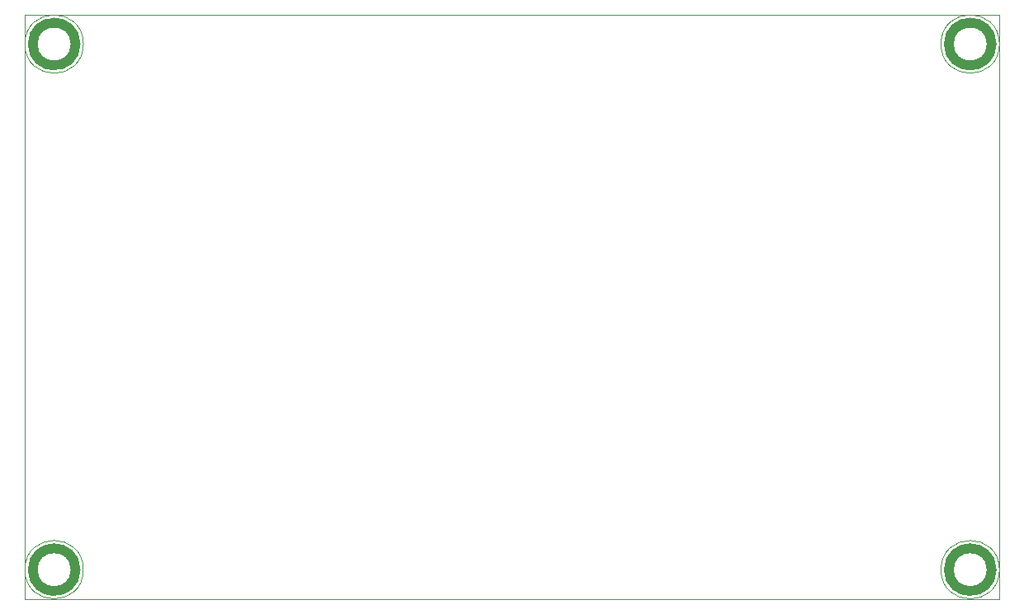
<source format=gko>
G04 Layer_Color=16711935*
%FSLAX44Y44*%
%MOMM*%
G71*
G01*
G75*
%ADD58C,1.0000*%
%ADD99C,0.1000*%
D58*
X991999Y570000D02*
G03*
X991999Y570000I-22000J0D01*
G01*
X51999D02*
G03*
X51999Y570000I-22000J0D01*
G01*
Y30000D02*
G03*
X51999Y30000I-22000J0D01*
G01*
X991999D02*
G03*
X991999Y30000I-22000J0D01*
G01*
D99*
X999999D02*
G03*
X999999Y30000I-30000J0D01*
G01*
X60000D02*
G03*
X60000Y30000I-30000J0D01*
G01*
X60000Y570000D02*
G03*
X60000Y570000I-30000J0D01*
G01*
X999999D02*
G03*
X999999Y570000I-30000J0D01*
G01*
X1000000Y0D02*
Y600000D01*
X0Y0D02*
X1000000D01*
X0Y600000D02*
X1000000D01*
X0Y0D02*
Y600000D01*
M02*

</source>
